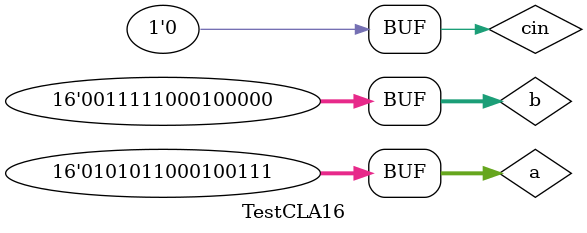
<source format=v>
`include "cla16.v"

module TestCLA16();
    reg [15:0] a,b;
    reg cin;
    wire[15:0] sum;
    wire [3:0] p,g;
    wire cout;

    CLAAdder16 cla16(.A(a), .B(b), .cin(cin), .S(sum), .P(p), .G(g),.cout(cout));

    initial begin
        $monitor("a = %b, b = %b, cin = %b, sum = %b, cout = %b", a, b, cin, sum, cout);
        #1 a = 16'b0000000000000001; b = 16'b0000000000000010; cin = 1'b1;
        #1 a = 16'b0000000000000001; b = 16'b0000000000000001; cin = 1'b0;
        #1 a = 16'b1111111111111111; b = 16'b0000000000000001; cin = 1'b0;
        #1 a = 16'b1111111111111111; b = 16'b0000000000000000; cin = 1'b1;
        #1 a = 16'b0000000100000001; b = 16'b0000000100000001; cin = 1'b0;
        #1 a = 16'b0101011000100111; b = 16'b0011111000100000; cin = 1'b0;
    end
endmodule
</source>
